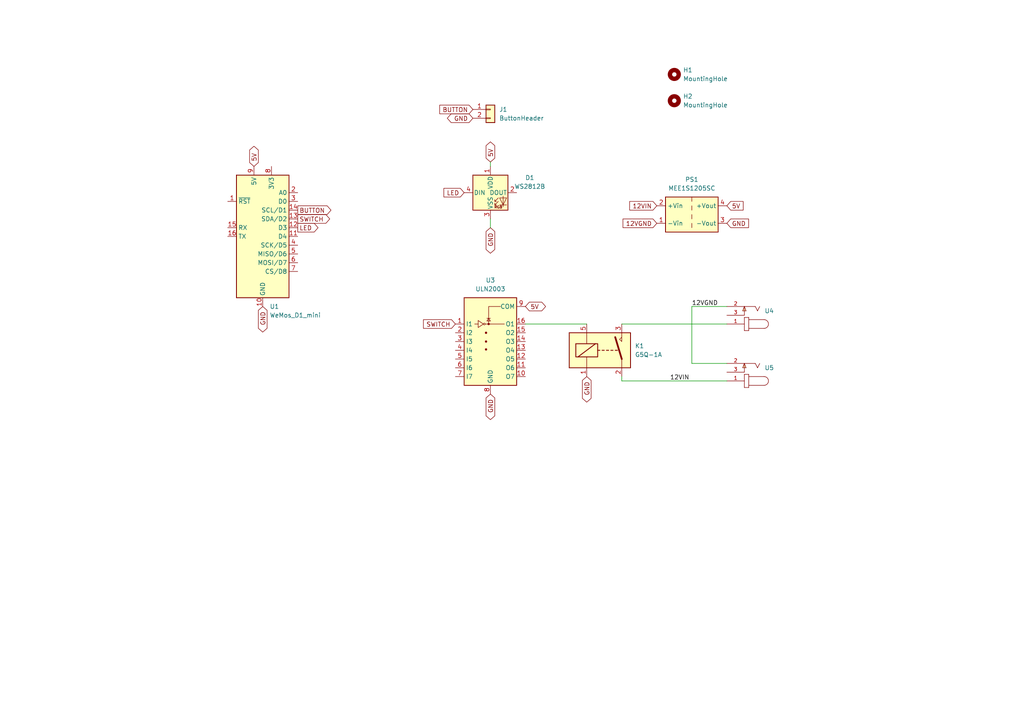
<source format=kicad_sch>
(kicad_sch (version 20211123) (generator eeschema)

  (uuid 811db996-b88a-4306-a785-ca62ea8d4392)

  (paper "A4")

  (lib_symbols
    (symbol "Connector_Generic:Conn_01x02" (pin_names (offset 1.016) hide) (in_bom yes) (on_board yes)
      (property "Reference" "J" (id 0) (at 0 2.54 0)
        (effects (font (size 1.27 1.27)))
      )
      (property "Value" "Conn_01x02" (id 1) (at 0 -5.08 0)
        (effects (font (size 1.27 1.27)))
      )
      (property "Footprint" "" (id 2) (at 0 0 0)
        (effects (font (size 1.27 1.27)) hide)
      )
      (property "Datasheet" "~" (id 3) (at 0 0 0)
        (effects (font (size 1.27 1.27)) hide)
      )
      (property "ki_keywords" "connector" (id 4) (at 0 0 0)
        (effects (font (size 1.27 1.27)) hide)
      )
      (property "ki_description" "Generic connector, single row, 01x02, script generated (kicad-library-utils/schlib/autogen/connector/)" (id 5) (at 0 0 0)
        (effects (font (size 1.27 1.27)) hide)
      )
      (property "ki_fp_filters" "Connector*:*_1x??_*" (id 6) (at 0 0 0)
        (effects (font (size 1.27 1.27)) hide)
      )
      (symbol "Conn_01x02_1_1"
        (rectangle (start -1.27 -2.413) (end 0 -2.667)
          (stroke (width 0.1524) (type default) (color 0 0 0 0))
          (fill (type none))
        )
        (rectangle (start -1.27 0.127) (end 0 -0.127)
          (stroke (width 0.1524) (type default) (color 0 0 0 0))
          (fill (type none))
        )
        (rectangle (start -1.27 1.27) (end 1.27 -3.81)
          (stroke (width 0.254) (type default) (color 0 0 0 0))
          (fill (type background))
        )
        (pin passive line (at -5.08 0 0) (length 3.81)
          (name "Pin_1" (effects (font (size 1.27 1.27))))
          (number "1" (effects (font (size 1.27 1.27))))
        )
        (pin passive line (at -5.08 -2.54 0) (length 3.81)
          (name "Pin_2" (effects (font (size 1.27 1.27))))
          (number "2" (effects (font (size 1.27 1.27))))
        )
      )
    )
    (symbol "Converter_DCDC:MEE1S1205SC" (in_bom yes) (on_board yes)
      (property "Reference" "PS" (id 0) (at -7.62 6.35 0)
        (effects (font (size 1.27 1.27)) (justify left))
      )
      (property "Value" "MEE1S1205SC" (id 1) (at 1.27 6.35 0)
        (effects (font (size 1.27 1.27)) (justify left))
      )
      (property "Footprint" "Converter_DCDC:Converter_DCDC_Murata_MEE1SxxxxSC_THT" (id 2) (at -26.67 -6.35 0)
        (effects (font (size 1.27 1.27)) (justify left) hide)
      )
      (property "Datasheet" "https://power.murata.com/pub/data/power/ncl/kdc_mee1.pdf" (id 3) (at 26.67 -7.62 0)
        (effects (font (size 1.27 1.27)) (justify left) hide)
      )
      (property "ki_keywords" "murata DC/DC isolated converter" (id 4) (at 0 0 0)
        (effects (font (size 1.27 1.27)) hide)
      )
      (property "ki_description" "1W, 1000 VDC isolated DC/DC converter, 12V input, 5V output, SIP" (id 5) (at 0 0 0)
        (effects (font (size 1.27 1.27)) hide)
      )
      (property "ki_fp_filters" "Converter*DCDC*Murata*MEE1SxxxxSC*THT*" (id 6) (at 0 0 0)
        (effects (font (size 1.27 1.27)) hide)
      )
      (symbol "MEE1S1205SC_0_0"
        (pin power_in line (at -10.16 -2.54 0) (length 2.54)
          (name "-Vin" (effects (font (size 1.27 1.27))))
          (number "1" (effects (font (size 1.27 1.27))))
        )
        (pin power_in line (at -10.16 2.54 0) (length 2.54)
          (name "+Vin" (effects (font (size 1.27 1.27))))
          (number "2" (effects (font (size 1.27 1.27))))
        )
        (pin power_out line (at 10.16 -2.54 180) (length 2.54)
          (name "-Vout" (effects (font (size 1.27 1.27))))
          (number "3" (effects (font (size 1.27 1.27))))
        )
        (pin power_out line (at 10.16 2.54 180) (length 2.54)
          (name "+Vout" (effects (font (size 1.27 1.27))))
          (number "4" (effects (font (size 1.27 1.27))))
        )
      )
      (symbol "MEE1S1205SC_0_1"
        (rectangle (start -7.62 5.08) (end 7.62 -5.08)
          (stroke (width 0.254) (type default) (color 0 0 0 0))
          (fill (type background))
        )
        (polyline
          (pts
            (xy 0 -2.54)
            (xy 0 -3.81)
          )
          (stroke (width 0) (type default) (color 0 0 0 0))
          (fill (type none))
        )
        (polyline
          (pts
            (xy 0 0)
            (xy 0 -1.27)
          )
          (stroke (width 0) (type default) (color 0 0 0 0))
          (fill (type none))
        )
        (polyline
          (pts
            (xy 0 2.54)
            (xy 0 1.27)
          )
          (stroke (width 0) (type default) (color 0 0 0 0))
          (fill (type none))
        )
        (polyline
          (pts
            (xy 0 5.08)
            (xy 0 3.81)
          )
          (stroke (width 0) (type default) (color 0 0 0 0))
          (fill (type none))
        )
      )
    )
    (symbol "LED:WS2812B" (pin_names (offset 0.254)) (in_bom yes) (on_board yes)
      (property "Reference" "D" (id 0) (at 5.08 5.715 0)
        (effects (font (size 1.27 1.27)) (justify right bottom))
      )
      (property "Value" "WS2812B" (id 1) (at 1.27 -5.715 0)
        (effects (font (size 1.27 1.27)) (justify left top))
      )
      (property "Footprint" "LED_SMD:LED_WS2812B_PLCC4_5.0x5.0mm_P3.2mm" (id 2) (at 1.27 -7.62 0)
        (effects (font (size 1.27 1.27)) (justify left top) hide)
      )
      (property "Datasheet" "https://cdn-shop.adafruit.com/datasheets/WS2812B.pdf" (id 3) (at 2.54 -9.525 0)
        (effects (font (size 1.27 1.27)) (justify left top) hide)
      )
      (property "ki_keywords" "RGB LED NeoPixel addressable" (id 4) (at 0 0 0)
        (effects (font (size 1.27 1.27)) hide)
      )
      (property "ki_description" "RGB LED with integrated controller" (id 5) (at 0 0 0)
        (effects (font (size 1.27 1.27)) hide)
      )
      (property "ki_fp_filters" "LED*WS2812*PLCC*5.0x5.0mm*P3.2mm*" (id 6) (at 0 0 0)
        (effects (font (size 1.27 1.27)) hide)
      )
      (symbol "WS2812B_0_0"
        (text "RGB" (at 2.286 -4.191 0)
          (effects (font (size 0.762 0.762)))
        )
      )
      (symbol "WS2812B_0_1"
        (polyline
          (pts
            (xy 1.27 -3.556)
            (xy 1.778 -3.556)
          )
          (stroke (width 0) (type default) (color 0 0 0 0))
          (fill (type none))
        )
        (polyline
          (pts
            (xy 1.27 -2.54)
            (xy 1.778 -2.54)
          )
          (stroke (width 0) (type default) (color 0 0 0 0))
          (fill (type none))
        )
        (polyline
          (pts
            (xy 4.699 -3.556)
            (xy 2.667 -3.556)
          )
          (stroke (width 0) (type default) (color 0 0 0 0))
          (fill (type none))
        )
        (polyline
          (pts
            (xy 2.286 -2.54)
            (xy 1.27 -3.556)
            (xy 1.27 -3.048)
          )
          (stroke (width 0) (type default) (color 0 0 0 0))
          (fill (type none))
        )
        (polyline
          (pts
            (xy 2.286 -1.524)
            (xy 1.27 -2.54)
            (xy 1.27 -2.032)
          )
          (stroke (width 0) (type default) (color 0 0 0 0))
          (fill (type none))
        )
        (polyline
          (pts
            (xy 3.683 -1.016)
            (xy 3.683 -3.556)
            (xy 3.683 -4.064)
          )
          (stroke (width 0) (type default) (color 0 0 0 0))
          (fill (type none))
        )
        (polyline
          (pts
            (xy 4.699 -1.524)
            (xy 2.667 -1.524)
            (xy 3.683 -3.556)
            (xy 4.699 -1.524)
          )
          (stroke (width 0) (type default) (color 0 0 0 0))
          (fill (type none))
        )
        (rectangle (start 5.08 5.08) (end -5.08 -5.08)
          (stroke (width 0.254) (type default) (color 0 0 0 0))
          (fill (type background))
        )
      )
      (symbol "WS2812B_1_1"
        (pin power_in line (at 0 7.62 270) (length 2.54)
          (name "VDD" (effects (font (size 1.27 1.27))))
          (number "1" (effects (font (size 1.27 1.27))))
        )
        (pin output line (at 7.62 0 180) (length 2.54)
          (name "DOUT" (effects (font (size 1.27 1.27))))
          (number "2" (effects (font (size 1.27 1.27))))
        )
        (pin power_in line (at 0 -7.62 90) (length 2.54)
          (name "VSS" (effects (font (size 1.27 1.27))))
          (number "3" (effects (font (size 1.27 1.27))))
        )
        (pin input line (at -7.62 0 0) (length 2.54)
          (name "DIN" (effects (font (size 1.27 1.27))))
          (number "4" (effects (font (size 1.27 1.27))))
        )
      )
    )
    (symbol "MCU_Module:WeMos_D1_mini" (in_bom yes) (on_board yes)
      (property "Reference" "U" (id 0) (at 3.81 19.05 0)
        (effects (font (size 1.27 1.27)) (justify left))
      )
      (property "Value" "WeMos_D1_mini" (id 1) (at 1.27 -19.05 0)
        (effects (font (size 1.27 1.27)) (justify left))
      )
      (property "Footprint" "Module:WEMOS_D1_mini_light" (id 2) (at 0 -29.21 0)
        (effects (font (size 1.27 1.27)) hide)
      )
      (property "Datasheet" "https://wiki.wemos.cc/products:d1:d1_mini#documentation" (id 3) (at -46.99 -29.21 0)
        (effects (font (size 1.27 1.27)) hide)
      )
      (property "ki_keywords" "ESP8266 WiFi microcontroller ESP8266EX" (id 4) (at 0 0 0)
        (effects (font (size 1.27 1.27)) hide)
      )
      (property "ki_description" "32-bit microcontroller module with WiFi" (id 5) (at 0 0 0)
        (effects (font (size 1.27 1.27)) hide)
      )
      (property "ki_fp_filters" "WEMOS*D1*mini*" (id 6) (at 0 0 0)
        (effects (font (size 1.27 1.27)) hide)
      )
      (symbol "WeMos_D1_mini_1_1"
        (rectangle (start -7.62 17.78) (end 7.62 -17.78)
          (stroke (width 0.254) (type default) (color 0 0 0 0))
          (fill (type background))
        )
        (pin input line (at -10.16 10.16 0) (length 2.54)
          (name "~{RST}" (effects (font (size 1.27 1.27))))
          (number "1" (effects (font (size 1.27 1.27))))
        )
        (pin power_in line (at 0 -20.32 90) (length 2.54)
          (name "GND" (effects (font (size 1.27 1.27))))
          (number "10" (effects (font (size 1.27 1.27))))
        )
        (pin bidirectional line (at 10.16 0 180) (length 2.54)
          (name "D4" (effects (font (size 1.27 1.27))))
          (number "11" (effects (font (size 1.27 1.27))))
        )
        (pin bidirectional line (at 10.16 2.54 180) (length 2.54)
          (name "D3" (effects (font (size 1.27 1.27))))
          (number "12" (effects (font (size 1.27 1.27))))
        )
        (pin bidirectional line (at 10.16 5.08 180) (length 2.54)
          (name "SDA/D2" (effects (font (size 1.27 1.27))))
          (number "13" (effects (font (size 1.27 1.27))))
        )
        (pin bidirectional line (at 10.16 7.62 180) (length 2.54)
          (name "SCL/D1" (effects (font (size 1.27 1.27))))
          (number "14" (effects (font (size 1.27 1.27))))
        )
        (pin input line (at -10.16 2.54 0) (length 2.54)
          (name "RX" (effects (font (size 1.27 1.27))))
          (number "15" (effects (font (size 1.27 1.27))))
        )
        (pin output line (at -10.16 0 0) (length 2.54)
          (name "TX" (effects (font (size 1.27 1.27))))
          (number "16" (effects (font (size 1.27 1.27))))
        )
        (pin input line (at 10.16 12.7 180) (length 2.54)
          (name "A0" (effects (font (size 1.27 1.27))))
          (number "2" (effects (font (size 1.27 1.27))))
        )
        (pin bidirectional line (at 10.16 10.16 180) (length 2.54)
          (name "D0" (effects (font (size 1.27 1.27))))
          (number "3" (effects (font (size 1.27 1.27))))
        )
        (pin bidirectional line (at 10.16 -2.54 180) (length 2.54)
          (name "SCK/D5" (effects (font (size 1.27 1.27))))
          (number "4" (effects (font (size 1.27 1.27))))
        )
        (pin bidirectional line (at 10.16 -5.08 180) (length 2.54)
          (name "MISO/D6" (effects (font (size 1.27 1.27))))
          (number "5" (effects (font (size 1.27 1.27))))
        )
        (pin bidirectional line (at 10.16 -7.62 180) (length 2.54)
          (name "MOSI/D7" (effects (font (size 1.27 1.27))))
          (number "6" (effects (font (size 1.27 1.27))))
        )
        (pin bidirectional line (at 10.16 -10.16 180) (length 2.54)
          (name "CS/D8" (effects (font (size 1.27 1.27))))
          (number "7" (effects (font (size 1.27 1.27))))
        )
        (pin power_out line (at 2.54 20.32 270) (length 2.54)
          (name "3V3" (effects (font (size 1.27 1.27))))
          (number "8" (effects (font (size 1.27 1.27))))
        )
        (pin power_in line (at -2.54 20.32 270) (length 2.54)
          (name "5V" (effects (font (size 1.27 1.27))))
          (number "9" (effects (font (size 1.27 1.27))))
        )
      )
    )
    (symbol "Mechanical:MountingHole" (pin_names (offset 1.016)) (in_bom yes) (on_board yes)
      (property "Reference" "H" (id 0) (at 0 5.08 0)
        (effects (font (size 1.27 1.27)))
      )
      (property "Value" "MountingHole" (id 1) (at 0 3.175 0)
        (effects (font (size 1.27 1.27)))
      )
      (property "Footprint" "" (id 2) (at 0 0 0)
        (effects (font (size 1.27 1.27)) hide)
      )
      (property "Datasheet" "~" (id 3) (at 0 0 0)
        (effects (font (size 1.27 1.27)) hide)
      )
      (property "ki_keywords" "mounting hole" (id 4) (at 0 0 0)
        (effects (font (size 1.27 1.27)) hide)
      )
      (property "ki_description" "Mounting Hole without connection" (id 5) (at 0 0 0)
        (effects (font (size 1.27 1.27)) hide)
      )
      (property "ki_fp_filters" "MountingHole*" (id 6) (at 0 0 0)
        (effects (font (size 1.27 1.27)) hide)
      )
      (symbol "MountingHole_0_1"
        (circle (center 0 0) (radius 1.27)
          (stroke (width 1.27) (type default) (color 0 0 0 0))
          (fill (type none))
        )
      )
    )
    (symbol "PJ-002AH:PJ-002AH" (pin_names (offset 1.016) hide) (in_bom yes) (on_board yes)
      (property "Reference" "J" (id 0) (at -7.62 5.08 0)
        (effects (font (size 1.27 1.27)) (justify left bottom))
      )
      (property "Value" "PJ-002AH" (id 1) (at -7.62 -5.08 0)
        (effects (font (size 1.27 1.27)) (justify left bottom))
      )
      (property "Footprint" "CUI_PJ-002AH" (id 2) (at 0 0 0)
        (effects (font (size 1.27 1.27)) (justify left bottom) hide)
      )
      (property "Datasheet" "" (id 3) (at 0 0 0)
        (effects (font (size 1.27 1.27)) (justify left bottom) hide)
      )
      (property "STANDARD" "Manufacturer recommendations" (id 4) (at 0 0 0)
        (effects (font (size 1.27 1.27)) (justify left bottom) hide)
      )
      (property "MANUFACTURER" "CUI INC" (id 5) (at 0 0 0)
        (effects (font (size 1.27 1.27)) (justify left bottom) hide)
      )
      (property "ki_locked" "" (id 6) (at 0 0 0)
        (effects (font (size 1.27 1.27)))
      )
      (symbol "PJ-002AH_0_0"
        (arc (start -5.715 3.81) (mid -6.985 2.54) (end -5.715 1.27)
          (stroke (width 0.1524) (type default) (color 0 0 0 0))
          (fill (type none))
        )
        (polyline
          (pts
            (xy -5.715 3.81)
            (xy -1.27 3.81)
          )
          (stroke (width 0.1524) (type default) (color 0 0 0 0))
          (fill (type none))
        )
        (polyline
          (pts
            (xy -3.81 -1.27)
            (xy -4.445 -2.54)
          )
          (stroke (width 0.1524) (type default) (color 0 0 0 0))
          (fill (type none))
        )
        (polyline
          (pts
            (xy -3.175 -2.54)
            (xy -3.81 -1.27)
          )
          (stroke (width 0.1524) (type default) (color 0 0 0 0))
          (fill (type none))
        )
        (polyline
          (pts
            (xy -1.27 0.635)
            (xy 0 0.635)
          )
          (stroke (width 0.1524) (type default) (color 0 0 0 0))
          (fill (type none))
        )
        (polyline
          (pts
            (xy -1.27 1.27)
            (xy -5.715 1.27)
          )
          (stroke (width 0.1524) (type default) (color 0 0 0 0))
          (fill (type none))
        )
        (polyline
          (pts
            (xy -1.27 1.27)
            (xy -1.27 0.635)
          )
          (stroke (width 0.1524) (type default) (color 0 0 0 0))
          (fill (type none))
        )
        (polyline
          (pts
            (xy -1.27 3.81)
            (xy -1.27 1.27)
          )
          (stroke (width 0.1524) (type default) (color 0 0 0 0))
          (fill (type none))
        )
        (polyline
          (pts
            (xy -1.27 4.445)
            (xy -1.27 3.81)
          )
          (stroke (width 0.1524) (type default) (color 0 0 0 0))
          (fill (type none))
        )
        (polyline
          (pts
            (xy 0 -2.54)
            (xy -3.175 -2.54)
          )
          (stroke (width 0.1524) (type default) (color 0 0 0 0))
          (fill (type none))
        )
        (polyline
          (pts
            (xy 0 0)
            (xy 0 -2.54)
          )
          (stroke (width 0.1524) (type default) (color 0 0 0 0))
          (fill (type none))
        )
        (polyline
          (pts
            (xy 0 0.635)
            (xy 0 4.445)
          )
          (stroke (width 0.1524) (type default) (color 0 0 0 0))
          (fill (type none))
        )
        (polyline
          (pts
            (xy 0 4.445)
            (xy -1.27 4.445)
          )
          (stroke (width 0.1524) (type default) (color 0 0 0 0))
          (fill (type none))
        )
        (polyline
          (pts
            (xy 0 -2.54)
            (xy -0.508 -1.27)
            (xy 0.508 -1.27)
            (xy 0 -2.54)
          )
          (stroke (width 0.1524) (type default) (color 0 0 0 0))
          (fill (type background))
        )
        (pin passive line (at 5.08 2.54 180) (length 5.08)
          (name "~" (effects (font (size 1.016 1.016))))
          (number "1" (effects (font (size 1.016 1.016))))
        )
        (pin passive line (at 5.08 -2.54 180) (length 5.08)
          (name "~" (effects (font (size 1.016 1.016))))
          (number "2" (effects (font (size 1.016 1.016))))
        )
        (pin passive line (at 5.08 0 180) (length 5.08)
          (name "~" (effects (font (size 1.016 1.016))))
          (number "3" (effects (font (size 1.016 1.016))))
        )
      )
    )
    (symbol "Relay:G5Q-1A" (in_bom yes) (on_board yes)
      (property "Reference" "K" (id 0) (at 8.89 3.81 0)
        (effects (font (size 1.27 1.27)) (justify left))
      )
      (property "Value" "G5Q-1A" (id 1) (at 8.89 1.27 0)
        (effects (font (size 1.27 1.27)) (justify left))
      )
      (property "Footprint" "Relay_THT:Relay_SPST_Omron-G5Q-1A" (id 2) (at 8.89 -1.27 0)
        (effects (font (size 1.27 1.27)) (justify left) hide)
      )
      (property "Datasheet" "https://www.omron.com/ecb/products/pdf/en-g5q.pdf" (id 3) (at 0 0 0)
        (effects (font (size 1.27 1.27)) hide)
      )
      (property "ki_keywords" "Miniature Single Pole Relay" (id 4) (at 0 0 0)
        (effects (font (size 1.27 1.27)) hide)
      )
      (property "ki_description" "Omron G5Q relay, Miniature Single Pole, SPST-NO, 10A" (id 5) (at 0 0 0)
        (effects (font (size 1.27 1.27)) hide)
      )
      (property "ki_fp_filters" "Relay*SPST*Omron*G5Q*" (id 6) (at 0 0 0)
        (effects (font (size 1.27 1.27)) hide)
      )
      (symbol "G5Q-1A_0_0"
        (polyline
          (pts
            (xy 5.08 5.08)
            (xy 5.08 2.54)
            (xy 4.445 3.175)
            (xy 5.08 3.81)
          )
          (stroke (width 0) (type default) (color 0 0 0 0))
          (fill (type none))
        )
      )
      (symbol "G5Q-1A_0_1"
        (rectangle (start -10.16 5.08) (end 7.62 -5.08)
          (stroke (width 0.254) (type default) (color 0 0 0 0))
          (fill (type background))
        )
        (rectangle (start -8.255 1.905) (end -1.905 -1.905)
          (stroke (width 0.254) (type default) (color 0 0 0 0))
          (fill (type none))
        )
        (polyline
          (pts
            (xy -7.62 -1.905)
            (xy -2.54 1.905)
          )
          (stroke (width 0.254) (type default) (color 0 0 0 0))
          (fill (type none))
        )
        (polyline
          (pts
            (xy -5.08 -5.08)
            (xy -5.08 -1.905)
          )
          (stroke (width 0) (type default) (color 0 0 0 0))
          (fill (type none))
        )
        (polyline
          (pts
            (xy -5.08 5.08)
            (xy -5.08 1.905)
          )
          (stroke (width 0) (type default) (color 0 0 0 0))
          (fill (type none))
        )
        (polyline
          (pts
            (xy -1.905 0)
            (xy -1.27 0)
          )
          (stroke (width 0.254) (type default) (color 0 0 0 0))
          (fill (type none))
        )
        (polyline
          (pts
            (xy -0.635 0)
            (xy 0 0)
          )
          (stroke (width 0.254) (type default) (color 0 0 0 0))
          (fill (type none))
        )
        (polyline
          (pts
            (xy 0.635 0)
            (xy 1.27 0)
          )
          (stroke (width 0.254) (type default) (color 0 0 0 0))
          (fill (type none))
        )
        (polyline
          (pts
            (xy 1.905 0)
            (xy 2.54 0)
          )
          (stroke (width 0.254) (type default) (color 0 0 0 0))
          (fill (type none))
        )
        (polyline
          (pts
            (xy 3.175 0)
            (xy 3.81 0)
          )
          (stroke (width 0.254) (type default) (color 0 0 0 0))
          (fill (type none))
        )
        (polyline
          (pts
            (xy 5.08 -2.54)
            (xy 3.175 3.81)
          )
          (stroke (width 0.508) (type default) (color 0 0 0 0))
          (fill (type none))
        )
        (polyline
          (pts
            (xy 5.08 -2.54)
            (xy 5.08 -5.08)
          )
          (stroke (width 0) (type default) (color 0 0 0 0))
          (fill (type none))
        )
      )
      (symbol "G5Q-1A_1_1"
        (pin passive line (at -5.08 -7.62 90) (length 2.54)
          (name "~" (effects (font (size 1.27 1.27))))
          (number "1" (effects (font (size 1.27 1.27))))
        )
        (pin passive line (at 5.08 -7.62 90) (length 2.54)
          (name "~" (effects (font (size 1.27 1.27))))
          (number "2" (effects (font (size 1.27 1.27))))
        )
        (pin passive line (at 5.08 7.62 270) (length 2.54)
          (name "~" (effects (font (size 1.27 1.27))))
          (number "3" (effects (font (size 1.27 1.27))))
        )
        (pin passive line (at -5.08 7.62 270) (length 2.54)
          (name "~" (effects (font (size 1.27 1.27))))
          (number "5" (effects (font (size 1.27 1.27))))
        )
      )
    )
    (symbol "Transistor_Array:ULN2003" (in_bom yes) (on_board yes)
      (property "Reference" "U" (id 0) (at 0 15.875 0)
        (effects (font (size 1.27 1.27)))
      )
      (property "Value" "ULN2003" (id 1) (at 0 13.97 0)
        (effects (font (size 1.27 1.27)))
      )
      (property "Footprint" "" (id 2) (at 1.27 -13.97 0)
        (effects (font (size 1.27 1.27)) (justify left) hide)
      )
      (property "Datasheet" "http://www.ti.com/lit/ds/symlink/uln2003a.pdf" (id 3) (at 2.54 -5.08 0)
        (effects (font (size 1.27 1.27)) hide)
      )
      (property "ki_keywords" "darlington transistor array" (id 4) (at 0 0 0)
        (effects (font (size 1.27 1.27)) hide)
      )
      (property "ki_description" "High Voltage, High Current Darlington Transistor Arrays, SOIC16/SOIC16W/DIP16/TSSOP16" (id 5) (at 0 0 0)
        (effects (font (size 1.27 1.27)) hide)
      )
      (property "ki_fp_filters" "DIP*W7.62mm* SOIC*3.9x9.9mm*P1.27mm* SSOP*4.4x5.2mm*P0.65mm* TSSOP*4.4x5mm*P0.65mm* SOIC*W*5.3x10.2mm*P1.27mm*" (id 6) (at 0 0 0)
        (effects (font (size 1.27 1.27)) hide)
      )
      (symbol "ULN2003_0_1"
        (rectangle (start -7.62 -12.7) (end 7.62 12.7)
          (stroke (width 0.254) (type default) (color 0 0 0 0))
          (fill (type background))
        )
        (circle (center -1.778 5.08) (radius 0.254)
          (stroke (width 0) (type default) (color 0 0 0 0))
          (fill (type none))
        )
        (circle (center -1.27 -2.286) (radius 0.254)
          (stroke (width 0) (type default) (color 0 0 0 0))
          (fill (type outline))
        )
        (circle (center -1.27 0) (radius 0.254)
          (stroke (width 0) (type default) (color 0 0 0 0))
          (fill (type outline))
        )
        (circle (center -1.27 2.54) (radius 0.254)
          (stroke (width 0) (type default) (color 0 0 0 0))
          (fill (type outline))
        )
        (circle (center -0.508 5.08) (radius 0.254)
          (stroke (width 0) (type default) (color 0 0 0 0))
          (fill (type outline))
        )
        (polyline
          (pts
            (xy -4.572 5.08)
            (xy -3.556 5.08)
          )
          (stroke (width 0) (type default) (color 0 0 0 0))
          (fill (type none))
        )
        (polyline
          (pts
            (xy -1.524 5.08)
            (xy 4.064 5.08)
          )
          (stroke (width 0) (type default) (color 0 0 0 0))
          (fill (type none))
        )
        (polyline
          (pts
            (xy 0 6.731)
            (xy -1.016 6.731)
          )
          (stroke (width 0) (type default) (color 0 0 0 0))
          (fill (type none))
        )
        (polyline
          (pts
            (xy -0.508 5.08)
            (xy -0.508 10.16)
            (xy 2.921 10.16)
          )
          (stroke (width 0) (type default) (color 0 0 0 0))
          (fill (type none))
        )
        (polyline
          (pts
            (xy -3.556 6.096)
            (xy -3.556 4.064)
            (xy -2.032 5.08)
            (xy -3.556 6.096)
          )
          (stroke (width 0) (type default) (color 0 0 0 0))
          (fill (type none))
        )
        (polyline
          (pts
            (xy 0 5.969)
            (xy -1.016 5.969)
            (xy -0.508 6.731)
            (xy 0 5.969)
          )
          (stroke (width 0) (type default) (color 0 0 0 0))
          (fill (type none))
        )
      )
      (symbol "ULN2003_1_1"
        (pin input line (at -10.16 5.08 0) (length 2.54)
          (name "I1" (effects (font (size 1.27 1.27))))
          (number "1" (effects (font (size 1.27 1.27))))
        )
        (pin open_collector line (at 10.16 -10.16 180) (length 2.54)
          (name "O7" (effects (font (size 1.27 1.27))))
          (number "10" (effects (font (size 1.27 1.27))))
        )
        (pin open_collector line (at 10.16 -7.62 180) (length 2.54)
          (name "O6" (effects (font (size 1.27 1.27))))
          (number "11" (effects (font (size 1.27 1.27))))
        )
        (pin open_collector line (at 10.16 -5.08 180) (length 2.54)
          (name "O5" (effects (font (size 1.27 1.27))))
          (number "12" (effects (font (size 1.27 1.27))))
        )
        (pin open_collector line (at 10.16 -2.54 180) (length 2.54)
          (name "O4" (effects (font (size 1.27 1.27))))
          (number "13" (effects (font (size 1.27 1.27))))
        )
        (pin open_collector line (at 10.16 0 180) (length 2.54)
          (name "O3" (effects (font (size 1.27 1.27))))
          (number "14" (effects (font (size 1.27 1.27))))
        )
        (pin open_collector line (at 10.16 2.54 180) (length 2.54)
          (name "O2" (effects (font (size 1.27 1.27))))
          (number "15" (effects (font (size 1.27 1.27))))
        )
        (pin open_collector line (at 10.16 5.08 180) (length 2.54)
          (name "O1" (effects (font (size 1.27 1.27))))
          (number "16" (effects (font (size 1.27 1.27))))
        )
        (pin input line (at -10.16 2.54 0) (length 2.54)
          (name "I2" (effects (font (size 1.27 1.27))))
          (number "2" (effects (font (size 1.27 1.27))))
        )
        (pin input line (at -10.16 0 0) (length 2.54)
          (name "I3" (effects (font (size 1.27 1.27))))
          (number "3" (effects (font (size 1.27 1.27))))
        )
        (pin input line (at -10.16 -2.54 0) (length 2.54)
          (name "I4" (effects (font (size 1.27 1.27))))
          (number "4" (effects (font (size 1.27 1.27))))
        )
        (pin input line (at -10.16 -5.08 0) (length 2.54)
          (name "I5" (effects (font (size 1.27 1.27))))
          (number "5" (effects (font (size 1.27 1.27))))
        )
        (pin input line (at -10.16 -7.62 0) (length 2.54)
          (name "I6" (effects (font (size 1.27 1.27))))
          (number "6" (effects (font (size 1.27 1.27))))
        )
        (pin input line (at -10.16 -10.16 0) (length 2.54)
          (name "I7" (effects (font (size 1.27 1.27))))
          (number "7" (effects (font (size 1.27 1.27))))
        )
        (pin power_in line (at 0 -15.24 90) (length 2.54)
          (name "GND" (effects (font (size 1.27 1.27))))
          (number "8" (effects (font (size 1.27 1.27))))
        )
        (pin passive line (at 10.16 10.16 180) (length 2.54)
          (name "COM" (effects (font (size 1.27 1.27))))
          (number "9" (effects (font (size 1.27 1.27))))
        )
      )
    )
  )


  (wire (pts (xy 200.66 88.9) (xy 210.82 88.9))
    (stroke (width 0) (type default) (color 0 0 0 0))
    (uuid 068580de-9913-4cdf-add9-3c1165b36068)
  )
  (wire (pts (xy 180.34 110.49) (xy 180.34 109.22))
    (stroke (width 0) (type default) (color 0 0 0 0))
    (uuid 22c59c65-d64b-460b-9b48-f32890d30278)
  )
  (wire (pts (xy 152.4 93.98) (xy 170.18 93.98))
    (stroke (width 0) (type default) (color 0 0 0 0))
    (uuid 25cf15ec-c09c-434b-9203-0c22939c2d71)
  )
  (wire (pts (xy 180.34 110.49) (xy 210.82 110.49))
    (stroke (width 0) (type default) (color 0 0 0 0))
    (uuid 6f335fb2-c093-4b32-bfa1-396367a02fed)
  )
  (wire (pts (xy 200.66 88.9) (xy 200.66 105.41))
    (stroke (width 0) (type default) (color 0 0 0 0))
    (uuid affc2f20-10cc-41fe-8831-e88fd56634b1)
  )
  (wire (pts (xy 142.24 63.5) (xy 142.24 66.04))
    (stroke (width 0) (type default) (color 0 0 0 0))
    (uuid c5f9ae83-cac6-4b91-8aa4-f8569ebc85aa)
  )
  (wire (pts (xy 142.24 48.26) (xy 142.24 46.99))
    (stroke (width 0) (type default) (color 0 0 0 0))
    (uuid c64d00d0-2377-4f34-a651-85a541b283f9)
  )
  (wire (pts (xy 180.34 93.98) (xy 210.82 93.98))
    (stroke (width 0) (type default) (color 0 0 0 0))
    (uuid ee41948c-d60f-4502-854f-b260bda2621b)
  )
  (wire (pts (xy 200.66 105.41) (xy 210.82 105.41))
    (stroke (width 0) (type default) (color 0 0 0 0))
    (uuid fe14b800-2f60-45b5-ba3f-1abd704a46b7)
  )

  (label "12VGND" (at 200.66 88.9 0)
    (effects (font (size 1.27 1.27)) (justify left bottom))
    (uuid 6eb98646-77a7-490b-9cbd-0e81c322b5e3)
  )
  (label "12VIN" (at 194.31 110.49 0)
    (effects (font (size 1.27 1.27)) (justify left bottom))
    (uuid 809b6cc1-eefd-4c3f-8ec5-4a97f78cafd4)
  )

  (global_label "5V" (shape bidirectional) (at 142.24 46.99 90) (fields_autoplaced)
    (effects (font (size 1.27 1.27)) (justify left))
    (uuid 058a52f8-3304-4688-9a59-6ba13f8464df)
    (property "Intersheet References" "${INTERSHEET_REFS}" (id 0) (at 142.1606 42.2788 90)
      (effects (font (size 1.27 1.27)) (justify left) hide)
    )
  )
  (global_label "SWITCH" (shape output) (at 86.36 63.5 0) (fields_autoplaced)
    (effects (font (size 1.27 1.27)) (justify left))
    (uuid 06d8e186-8b10-443d-a4cd-90168ef94714)
    (property "Intersheet References" "${INTERSHEET_REFS}" (id 0) (at 95.6069 63.4206 0)
      (effects (font (size 1.27 1.27)) (justify left) hide)
    )
  )
  (global_label "GND" (shape bidirectional) (at 142.24 114.3 270) (fields_autoplaced)
    (effects (font (size 1.27 1.27)) (justify right))
    (uuid 0a3737e0-2125-45c0-915f-fb3f9e355079)
    (property "Intersheet References" "${INTERSHEET_REFS}" (id 0) (at 142.3194 120.5836 90)
      (effects (font (size 1.27 1.27)) (justify right) hide)
    )
  )
  (global_label "BUTTON" (shape input) (at 137.16 31.75 180) (fields_autoplaced)
    (effects (font (size 1.27 1.27)) (justify right))
    (uuid 32a29a59-194c-4593-a812-98c468f5f356)
    (property "Intersheet References" "${INTERSHEET_REFS}" (id 0) (at 127.5502 31.8294 0)
      (effects (font (size 1.27 1.27)) (justify right) hide)
    )
  )
  (global_label "LED" (shape input) (at 134.62 55.88 180) (fields_autoplaced)
    (effects (font (size 1.27 1.27)) (justify right))
    (uuid 3feeb8c0-0254-4a63-a85a-a72d24220bb5)
    (property "Intersheet References" "${INTERSHEET_REFS}" (id 0) (at 128.7598 55.8006 0)
      (effects (font (size 1.27 1.27)) (justify right) hide)
    )
  )
  (global_label "GND" (shape input) (at 210.82 64.77 0) (fields_autoplaced)
    (effects (font (size 1.27 1.27)) (justify left))
    (uuid 4e15d6fd-5cfb-4c1b-ab21-dfba3394a9f8)
    (property "Intersheet References" "${INTERSHEET_REFS}" (id 0) (at 217.1036 64.6906 0)
      (effects (font (size 1.27 1.27)) (justify left) hide)
    )
  )
  (global_label "BUTTON" (shape output) (at 86.36 60.96 0) (fields_autoplaced)
    (effects (font (size 1.27 1.27)) (justify left))
    (uuid 4ee1e15e-7a46-4ff3-af39-f85c5fc8d5dd)
    (property "Intersheet References" "${INTERSHEET_REFS}" (id 0) (at 95.9698 60.8806 0)
      (effects (font (size 1.27 1.27)) (justify left) hide)
    )
  )
  (global_label "5V" (shape input) (at 210.82 59.69 0) (fields_autoplaced)
    (effects (font (size 1.27 1.27)) (justify left))
    (uuid 5a70a752-b557-4539-bcea-f925013a7453)
    (property "Intersheet References" "${INTERSHEET_REFS}" (id 0) (at 215.5312 59.6106 0)
      (effects (font (size 1.27 1.27)) (justify left) hide)
    )
  )
  (global_label "5V" (shape bidirectional) (at 152.4 88.9 0) (fields_autoplaced)
    (effects (font (size 1.27 1.27)) (justify left))
    (uuid 6d52e542-54af-4bed-9d2b-9e7cd98c03ab)
    (property "Intersheet References" "${INTERSHEET_REFS}" (id 0) (at 157.1112 88.8206 0)
      (effects (font (size 1.27 1.27)) (justify left) hide)
    )
  )
  (global_label "SWITCH" (shape input) (at 132.08 93.98 180) (fields_autoplaced)
    (effects (font (size 1.27 1.27)) (justify right))
    (uuid 8796eab0-3bcb-4261-998d-8fe66ec08958)
    (property "Intersheet References" "${INTERSHEET_REFS}" (id 0) (at 122.8331 93.9006 0)
      (effects (font (size 1.27 1.27)) (justify right) hide)
    )
  )
  (global_label "GND" (shape bidirectional) (at 76.2 88.9 270) (fields_autoplaced)
    (effects (font (size 1.27 1.27)) (justify right))
    (uuid 8c1662a6-3c1f-4366-b557-492c920249c6)
    (property "Intersheet References" "${INTERSHEET_REFS}" (id 0) (at 76.2794 95.1836 90)
      (effects (font (size 1.27 1.27)) (justify right) hide)
    )
  )
  (global_label "GND" (shape bidirectional) (at 170.18 109.22 270) (fields_autoplaced)
    (effects (font (size 1.27 1.27)) (justify right))
    (uuid 8fd8dea2-8065-4adf-8b00-196e73c00975)
    (property "Intersheet References" "${INTERSHEET_REFS}" (id 0) (at 170.2594 115.5036 90)
      (effects (font (size 1.27 1.27)) (justify right) hide)
    )
  )
  (global_label "GND" (shape bidirectional) (at 137.16 34.29 180) (fields_autoplaced)
    (effects (font (size 1.27 1.27)) (justify right))
    (uuid aac9c2a9-6034-4292-a2a7-2a9e82441b43)
    (property "Intersheet References" "${INTERSHEET_REFS}" (id 0) (at 130.8764 34.3694 0)
      (effects (font (size 1.27 1.27)) (justify right) hide)
    )
  )
  (global_label "12VGND" (shape input) (at 190.5 64.77 180) (fields_autoplaced)
    (effects (font (size 1.27 1.27)) (justify right))
    (uuid b03fecb8-495d-4f01-91d0-0b2e42d746e9)
    (property "Intersheet References" "${INTERSHEET_REFS}" (id 0) (at 180.7088 64.6906 0)
      (effects (font (size 1.27 1.27)) (justify right) hide)
    )
  )
  (global_label "GND" (shape bidirectional) (at 142.24 66.04 270) (fields_autoplaced)
    (effects (font (size 1.27 1.27)) (justify right))
    (uuid b3fcd172-abf7-45a5-a0d4-0693973e72ea)
    (property "Intersheet References" "${INTERSHEET_REFS}" (id 0) (at 142.3194 72.3236 90)
      (effects (font (size 1.27 1.27)) (justify right) hide)
    )
  )
  (global_label "12VIN" (shape input) (at 190.5 59.69 180) (fields_autoplaced)
    (effects (font (size 1.27 1.27)) (justify right))
    (uuid b8c319e8-73cd-4ee3-9ec7-dd79647e4a8f)
    (property "Intersheet References" "${INTERSHEET_REFS}" (id 0) (at 182.644 59.6106 0)
      (effects (font (size 1.27 1.27)) (justify right) hide)
    )
  )
  (global_label "5V" (shape bidirectional) (at 73.66 48.26 90) (fields_autoplaced)
    (effects (font (size 1.27 1.27)) (justify left))
    (uuid e0338929-6bdd-4722-a31d-854d2c1c6536)
    (property "Intersheet References" "${INTERSHEET_REFS}" (id 0) (at 73.5806 43.5488 90)
      (effects (font (size 1.27 1.27)) (justify left) hide)
    )
  )
  (global_label "LED" (shape output) (at 86.36 66.04 0) (fields_autoplaced)
    (effects (font (size 1.27 1.27)) (justify left))
    (uuid e5882eed-0321-41c1-90d7-06720ae05ed3)
    (property "Intersheet References" "${INTERSHEET_REFS}" (id 0) (at 92.2202 65.9606 0)
      (effects (font (size 1.27 1.27)) (justify left) hide)
    )
  )

  (symbol (lib_id "Converter_DCDC:MEE1S1205SC") (at 200.66 62.23 0) (unit 1)
    (in_bom yes) (on_board yes) (fields_autoplaced)
    (uuid 195a98e5-ffae-4fe2-8276-87329eac462b)
    (property "Reference" "PS1" (id 0) (at 200.66 52.07 0))
    (property "Value" "MEE1S1205SC" (id 1) (at 200.66 54.61 0))
    (property "Footprint" "Converter_DCDC:Converter_DCDC_Murata_MEE1SxxxxSC_THT" (id 2) (at 173.99 68.58 0)
      (effects (font (size 1.27 1.27)) (justify left) hide)
    )
    (property "Datasheet" "https://power.murata.com/pub/data/power/ncl/kdc_mee1.pdf" (id 3) (at 227.33 69.85 0)
      (effects (font (size 1.27 1.27)) (justify left) hide)
    )
    (pin "1" (uuid 67719f84-7c18-4e92-b2a8-16e43184ca33))
    (pin "2" (uuid e681ea9b-881f-415a-b48d-506e19352f16))
    (pin "3" (uuid 2efdc729-b759-4fcb-8484-d970e213dfb6))
    (pin "4" (uuid 9ed80b8c-c139-4c78-a49c-40d277385a64))
  )

  (symbol (lib_id "LED:WS2812B") (at 142.24 55.88 0) (unit 1)
    (in_bom yes) (on_board yes) (fields_autoplaced)
    (uuid 2ba4c77e-e448-4d17-ba5a-9c1dbbab4b6c)
    (property "Reference" "D1" (id 0) (at 153.67 51.5493 0))
    (property "Value" "WS2812B" (id 1) (at 153.67 54.0893 0))
    (property "Footprint" "LED_SMD:LED_WS2812B_PLCC4_5.0x5.0mm_P3.2mm" (id 2) (at 143.51 63.5 0)
      (effects (font (size 1.27 1.27)) (justify left top) hide)
    )
    (property "Datasheet" "https://cdn-shop.adafruit.com/datasheets/WS2812B.pdf" (id 3) (at 144.78 65.405 0)
      (effects (font (size 1.27 1.27)) (justify left top) hide)
    )
    (pin "1" (uuid 9ac70017-73d2-43b5-8631-66d9ecfb8966))
    (pin "2" (uuid bf5b2c59-12e7-4978-a69f-4234a4c8e0e5))
    (pin "3" (uuid 2dd87e9e-0c19-4244-b5ff-d16fdc774e05))
    (pin "4" (uuid 313bc538-64b2-433f-9182-ddaf84ee3cdd))
  )

  (symbol (lib_id "MCU_Module:WeMos_D1_mini") (at 76.2 68.58 0) (unit 1)
    (in_bom yes) (on_board yes) (fields_autoplaced)
    (uuid 48905782-882e-4298-ba75-35c83b8837f7)
    (property "Reference" "U1" (id 0) (at 78.2194 88.9 0)
      (effects (font (size 1.27 1.27)) (justify left))
    )
    (property "Value" "WeMos_D1_mini" (id 1) (at 78.2194 91.44 0)
      (effects (font (size 1.27 1.27)) (justify left))
    )
    (property "Footprint" "Module:WEMOS_D1_mini_light" (id 2) (at 76.2 97.79 0)
      (effects (font (size 1.27 1.27)) hide)
    )
    (property "Datasheet" "https://wiki.wemos.cc/products:d1:d1_mini#documentation" (id 3) (at 29.21 97.79 0)
      (effects (font (size 1.27 1.27)) hide)
    )
    (pin "1" (uuid e9c8acc7-f71e-498f-9a05-2248badccf5b))
    (pin "10" (uuid 78ba3e7d-b6a2-48b7-9830-f38d4301abce))
    (pin "11" (uuid 08c85506-0d5e-49e6-8bdc-39df7e5960e7))
    (pin "12" (uuid 462fc070-6552-4fd4-935a-c23d1dd7d6f3))
    (pin "13" (uuid 59ff8eee-dd27-4176-b27f-0101558abece))
    (pin "14" (uuid 1cba5292-1764-48c9-ab50-aa1ee9464c0c))
    (pin "15" (uuid f200dd2c-ab44-4667-bb68-0859d5baab6c))
    (pin "16" (uuid 9111891c-5554-471a-a80d-9cf0b6d36a1e))
    (pin "2" (uuid 8331bae5-8891-44f4-8164-72d7dec7261d))
    (pin "3" (uuid 5eb48179-2232-4498-a037-8cbee444759d))
    (pin "4" (uuid d7559770-91c3-429b-89c7-bc6f79626963))
    (pin "5" (uuid bdbcdbbb-8453-4113-a59d-860e15ec1da6))
    (pin "6" (uuid fd41018a-91ff-4755-a334-d917b9c8551c))
    (pin "7" (uuid f9b45226-120b-46f8-86b7-b739e1cb8301))
    (pin "8" (uuid 34dd46b1-2d77-4752-954e-763de31eb3ac))
    (pin "9" (uuid 11046e48-f3e9-4c1e-83c7-902bf2f53b06))
  )

  (symbol (lib_id "PJ-002AH:PJ-002AH") (at 215.9 107.95 180) (unit 1)
    (in_bom yes) (on_board yes)
    (uuid 6c440d2a-4abb-42b7-834c-5e367a742a46)
    (property "Reference" "U5" (id 0) (at 221.742 106.68 0)
      (effects (font (size 1.27 1.27)) (justify right))
    )
    (property "Value" "Barrel_Jack_Switch" (id 1) (at 221.742 108.9914 0)
      (effects (font (size 1.27 1.27)) (justify right) hide)
    )
    (property "Footprint" "MyParts:CUI_PJ-002AH" (id 2) (at 215.9 107.95 0)
      (effects (font (size 1.27 1.27)) (justify left bottom) hide)
    )
    (property "Datasheet" "~" (id 3) (at 215.9 107.95 0)
      (effects (font (size 1.27 1.27)) (justify left bottom) hide)
    )
    (property "STANDARD" "Manufacturer recommendations" (id 4) (at 215.9 107.95 0)
      (effects (font (size 1.27 1.27)) (justify left bottom) hide)
    )
    (property "MANUFACTURER" "CUI INC" (id 5) (at 215.9 107.95 0)
      (effects (font (size 1.27 1.27)) (justify left bottom) hide)
    )
    (pin "1" (uuid 15565785-f2d1-47c1-816a-c6e11ff300fa))
    (pin "2" (uuid 78690317-0ac5-4099-ae97-e528f276f5f7))
    (pin "3" (uuid 6ca1d6d5-e959-4c58-a455-0abc3b47bec8))
  )

  (symbol (lib_id "PJ-002AH:PJ-002AH") (at 215.9 91.44 180) (unit 1)
    (in_bom yes) (on_board yes)
    (uuid 82df6006-3509-4776-a691-c87254d03f97)
    (property "Reference" "U4" (id 0) (at 221.742 90.17 0)
      (effects (font (size 1.27 1.27)) (justify right))
    )
    (property "Value" "Barrel_Jack_Switch" (id 1) (at 221.742 92.4814 0)
      (effects (font (size 1.27 1.27)) (justify right) hide)
    )
    (property "Footprint" "MyParts:CUI_PJ-002AH" (id 2) (at 215.9 91.44 0)
      (effects (font (size 1.27 1.27)) (justify left bottom) hide)
    )
    (property "Datasheet" "~" (id 3) (at 215.9 91.44 0)
      (effects (font (size 1.27 1.27)) (justify left bottom) hide)
    )
    (property "STANDARD" "Manufacturer recommendations" (id 4) (at 215.9 91.44 0)
      (effects (font (size 1.27 1.27)) (justify left bottom) hide)
    )
    (property "MANUFACTURER" "CUI INC" (id 5) (at 215.9 91.44 0)
      (effects (font (size 1.27 1.27)) (justify left bottom) hide)
    )
    (pin "1" (uuid 1574827a-c81a-4842-8786-7abd54e73185))
    (pin "2" (uuid e9d75e2f-04de-4414-a65f-ac8e4e0c6900))
    (pin "3" (uuid ae15272c-5e4f-4ed8-8989-4953c6bda7b9))
  )

  (symbol (lib_id "Relay:G5Q-1A") (at 175.26 101.6 0) (unit 1)
    (in_bom yes) (on_board yes) (fields_autoplaced)
    (uuid 996186a8-2583-4553-9cd7-aaa8abec992b)
    (property "Reference" "K1" (id 0) (at 184.15 100.3299 0)
      (effects (font (size 1.27 1.27)) (justify left))
    )
    (property "Value" "G5Q-1A" (id 1) (at 184.15 102.8699 0)
      (effects (font (size 1.27 1.27)) (justify left))
    )
    (property "Footprint" "Relay_THT:Relay_SPST_Omron-G5Q-1A" (id 2) (at 184.15 102.87 0)
      (effects (font (size 1.27 1.27)) (justify left) hide)
    )
    (property "Datasheet" "https://www.omron.com/ecb/products/pdf/en-g5q.pdf" (id 3) (at 175.26 101.6 0)
      (effects (font (size 1.27 1.27)) hide)
    )
    (pin "1" (uuid b7d3a620-6dba-4f20-bc20-d9c5c5d89c9a))
    (pin "2" (uuid 3bf924a0-5f4c-434c-97b4-8903809933ed))
    (pin "3" (uuid 9374cfb1-1f7e-4038-98d8-81fafa419679))
    (pin "5" (uuid f74d3e56-6777-4155-8deb-c2be103ddc55))
  )

  (symbol (lib_id "Transistor_Array:ULN2003") (at 142.24 99.06 0) (unit 1)
    (in_bom yes) (on_board yes) (fields_autoplaced)
    (uuid af26bbdb-a421-4c52-98ad-470ccc553e24)
    (property "Reference" "U3" (id 0) (at 142.24 81.28 0))
    (property "Value" "ULN2003" (id 1) (at 142.24 83.82 0))
    (property "Footprint" "Package_SO:SOIC-16_3.9x9.9mm_P1.27mm" (id 2) (at 143.51 113.03 0)
      (effects (font (size 1.27 1.27)) (justify left) hide)
    )
    (property "Datasheet" "http://www.ti.com/lit/ds/symlink/uln2003a.pdf" (id 3) (at 144.78 104.14 0)
      (effects (font (size 1.27 1.27)) hide)
    )
    (pin "1" (uuid 608ce672-5f6b-4fda-be8b-222ea52d0157))
    (pin "10" (uuid 97b3a613-1048-4d4d-95db-15c31ca5ea6e))
    (pin "11" (uuid 7bb8f15b-e6cb-45be-81a6-5945be46f9b1))
    (pin "12" (uuid 64ef5fca-33ab-41ef-85e3-276a041448cf))
    (pin "13" (uuid 902df5f8-404b-41d7-81ba-d39d4e5703cb))
    (pin "14" (uuid 19dc7a52-870b-4287-a1d0-8382ab5dc351))
    (pin "15" (uuid 4bd65ac4-85a9-415a-967e-a961c935a790))
    (pin "16" (uuid 2268781e-e10a-46ce-bd7f-366c209e7ce0))
    (pin "2" (uuid dbb8b9f2-1dc9-4454-9dfb-968c175c49ea))
    (pin "3" (uuid 8eedec21-f078-4196-ba74-8f3c0cfb5e1e))
    (pin "4" (uuid dcdf7725-8b83-4fb7-85f8-0dfa37510aae))
    (pin "5" (uuid 3a78ffc1-b1a1-4771-96e2-d7babc9c5535))
    (pin "6" (uuid a0df1180-51ca-47aa-acb7-c1572dddd10c))
    (pin "7" (uuid ba2e99a8-9e54-4ef7-b6da-97622ea6a383))
    (pin "8" (uuid 9f94bc8e-a474-4111-ae3b-9928806a8041))
    (pin "9" (uuid af98367f-0661-4f08-8f46-01c521ed43ea))
  )

  (symbol (lib_id "Connector_Generic:Conn_01x02") (at 142.24 31.75 0) (unit 1)
    (in_bom yes) (on_board yes) (fields_autoplaced)
    (uuid c956d2ad-dbd9-4e00-9b84-0722181e4fec)
    (property "Reference" "J1" (id 0) (at 144.78 31.7499 0)
      (effects (font (size 1.27 1.27)) (justify left))
    )
    (property "Value" "ButtonHeader" (id 1) (at 144.78 34.2899 0)
      (effects (font (size 1.27 1.27)) (justify left))
    )
    (property "Footprint" "Connector_PinHeader_2.54mm:PinHeader_1x02_P2.54mm_Vertical" (id 2) (at 142.24 31.75 0)
      (effects (font (size 1.27 1.27)) hide)
    )
    (property "Datasheet" "~" (id 3) (at 142.24 31.75 0)
      (effects (font (size 1.27 1.27)) hide)
    )
    (pin "1" (uuid d9542778-1aac-4ea6-9bda-d5e5b2e7726d))
    (pin "2" (uuid b9373d89-6121-4026-90af-f9cd5d30a336))
  )

  (symbol (lib_id "Mechanical:MountingHole") (at 195.58 21.59 0) (unit 1)
    (in_bom yes) (on_board yes) (fields_autoplaced)
    (uuid e558ff88-3d2d-466f-a272-347b78565264)
    (property "Reference" "H1" (id 0) (at 198.12 20.3199 0)
      (effects (font (size 1.27 1.27)) (justify left))
    )
    (property "Value" "MountingHole" (id 1) (at 198.12 22.8599 0)
      (effects (font (size 1.27 1.27)) (justify left))
    )
    (property "Footprint" "MountingHole:MountingHole_2.1mm" (id 2) (at 195.58 21.59 0)
      (effects (font (size 1.27 1.27)) hide)
    )
    (property "Datasheet" "~" (id 3) (at 195.58 21.59 0)
      (effects (font (size 1.27 1.27)) hide)
    )
  )

  (symbol (lib_id "Mechanical:MountingHole") (at 195.58 29.21 0) (unit 1)
    (in_bom yes) (on_board yes) (fields_autoplaced)
    (uuid f9b7baa8-7583-43cb-9e86-8d81cb49946e)
    (property "Reference" "H2" (id 0) (at 198.12 27.9399 0)
      (effects (font (size 1.27 1.27)) (justify left))
    )
    (property "Value" "MountingHole" (id 1) (at 198.12 30.4799 0)
      (effects (font (size 1.27 1.27)) (justify left))
    )
    (property "Footprint" "MountingHole:MountingHole_2.1mm" (id 2) (at 195.58 29.21 0)
      (effects (font (size 1.27 1.27)) hide)
    )
    (property "Datasheet" "~" (id 3) (at 195.58 29.21 0)
      (effects (font (size 1.27 1.27)) hide)
    )
  )

  (sheet_instances
    (path "/" (page "1"))
  )

  (symbol_instances
    (path "/2ba4c77e-e448-4d17-ba5a-9c1dbbab4b6c"
      (reference "D1") (unit 1) (value "WS2812B") (footprint "LED_SMD:LED_WS2812B_PLCC4_5.0x5.0mm_P3.2mm")
    )
    (path "/e558ff88-3d2d-466f-a272-347b78565264"
      (reference "H1") (unit 1) (value "MountingHole") (footprint "MountingHole:MountingHole_2.1mm")
    )
    (path "/f9b7baa8-7583-43cb-9e86-8d81cb49946e"
      (reference "H2") (unit 1) (value "MountingHole") (footprint "MountingHole:MountingHole_2.1mm")
    )
    (path "/c956d2ad-dbd9-4e00-9b84-0722181e4fec"
      (reference "J1") (unit 1) (value "ButtonHeader") (footprint "Connector_PinHeader_2.54mm:PinHeader_1x02_P2.54mm_Vertical")
    )
    (path "/996186a8-2583-4553-9cd7-aaa8abec992b"
      (reference "K1") (unit 1) (value "G5Q-1A") (footprint "Relay_THT:Relay_SPST_Omron-G5Q-1A")
    )
    (path "/195a98e5-ffae-4fe2-8276-87329eac462b"
      (reference "PS1") (unit 1) (value "MEE1S1205SC") (footprint "Converter_DCDC:Converter_DCDC_Murata_MEE1SxxxxSC_THT")
    )
    (path "/48905782-882e-4298-ba75-35c83b8837f7"
      (reference "U1") (unit 1) (value "WeMos_D1_mini") (footprint "Module:WEMOS_D1_mini_light")
    )
    (path "/af26bbdb-a421-4c52-98ad-470ccc553e24"
      (reference "U3") (unit 1) (value "ULN2003") (footprint "Package_SO:SOIC-16_3.9x9.9mm_P1.27mm")
    )
    (path "/82df6006-3509-4776-a691-c87254d03f97"
      (reference "U4") (unit 1) (value "Barrel_Jack_Switch") (footprint "MyParts:CUI_PJ-002AH")
    )
    (path "/6c440d2a-4abb-42b7-834c-5e367a742a46"
      (reference "U5") (unit 1) (value "Barrel_Jack_Switch") (footprint "MyParts:CUI_PJ-002AH")
    )
  )
)

</source>
